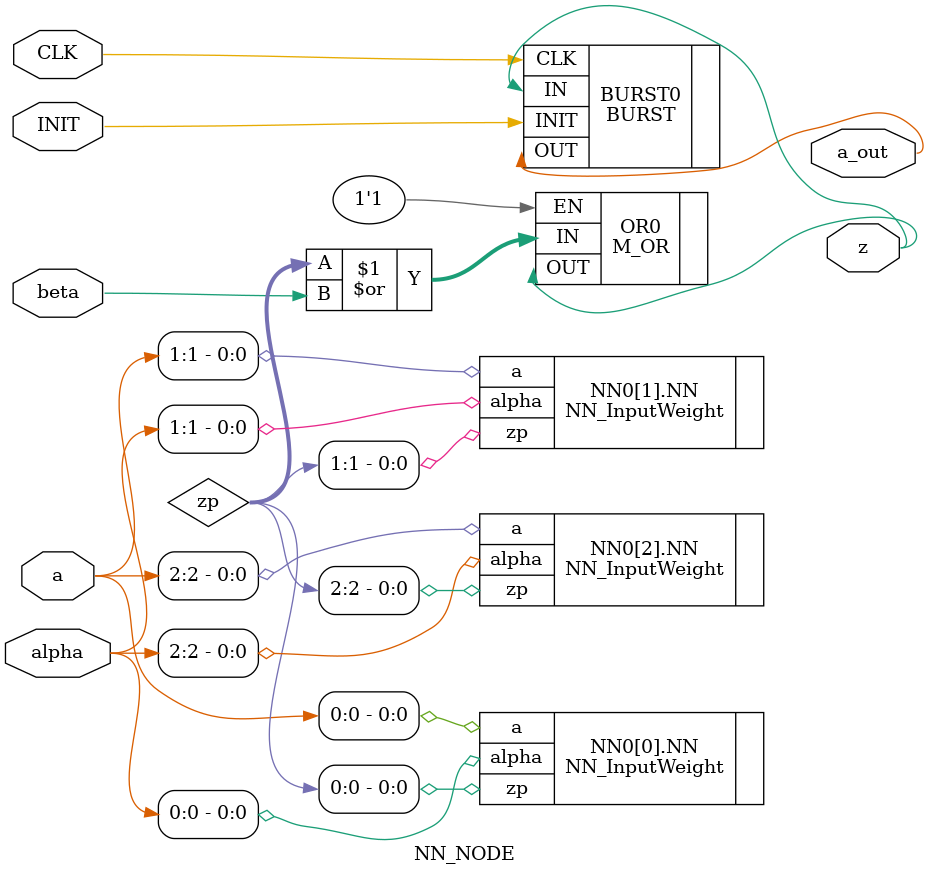
<source format=v>



module NN_NODE(a,alpha,beta,z,a_out,CLK,INIT);

parameter N = 3;
parameter MEMSIZE = 6;

input CLK, INIT;
input [N-1:0] a,alpha;
input beta;

output a_out,z;

wire [N-1:0] zp;
wire z;

genvar n;
generate 
	for (n=0; n<N;n=n+1) begin : NN0
		NN_InputWeight NN (.a(a[n]),.alpha(alpha[n]),.zp(zp[n]));
	end
endgenerate

M_OR OR0(.EN(1'b1),.IN(zp|beta),.OUT(z));
defparam OR0.N = N;

BURST BURST0(.IN(z),.OUT(a_out),.CLK(CLK),.INIT(INIT));
defparam BURST0.MEMSIZE = MEMSIZE;

endmodule
</source>
